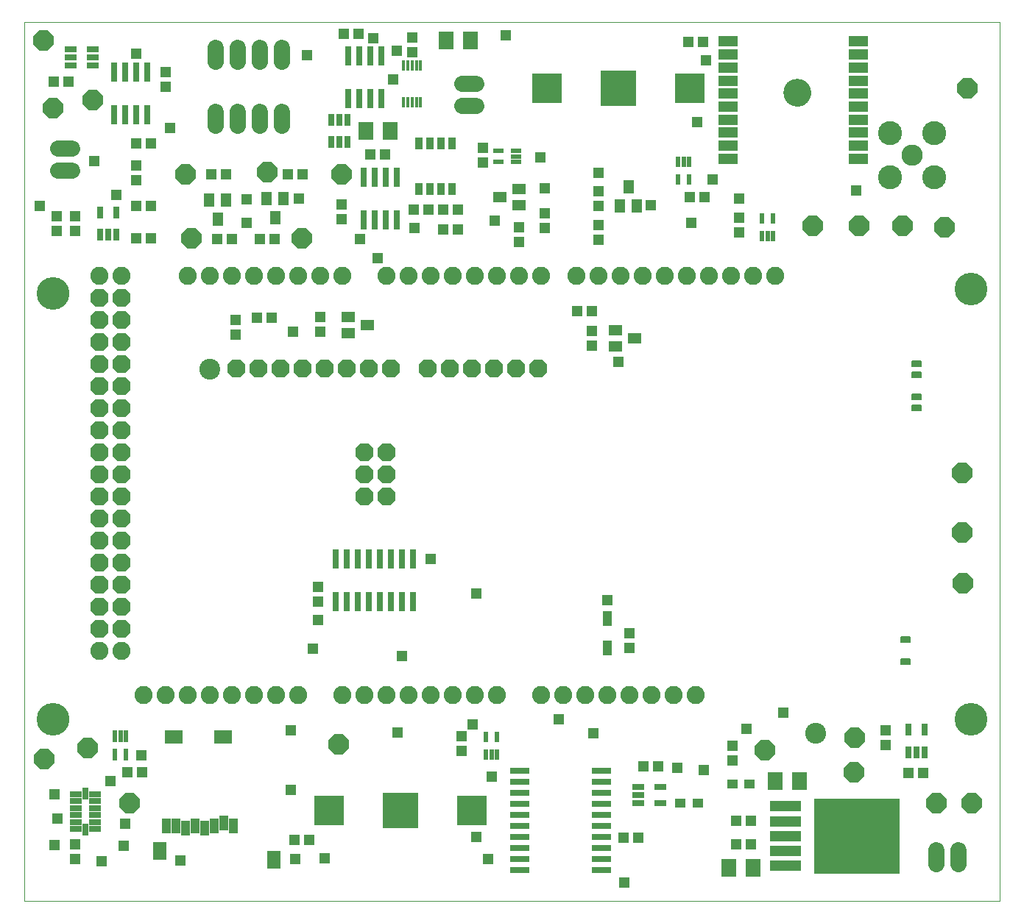
<source format=gts>
G75*
%MOIN*%
%OFA0B0*%
%FSLAX25Y25*%
%IPPOS*%
%LPD*%
%AMOC8*
5,1,8,0,0,1.08239X$1,22.5*
%
%ADD10C,0.00000*%
%ADD11C,0.14800*%
%ADD12R,0.05800X0.03000*%
%ADD13R,0.04737X0.03950*%
%ADD14R,0.04737X0.05131*%
%ADD15OC8,0.09300*%
%ADD16R,0.38595X0.34265*%
%ADD17R,0.14186X0.04737*%
%ADD18R,0.05131X0.04737*%
%ADD19R,0.08595X0.02887*%
%ADD20R,0.16154X0.16154*%
%ADD21R,0.13398X0.13398*%
%ADD22R,0.07099X0.07887*%
%ADD23R,0.07887X0.06312*%
%ADD24R,0.06312X0.08280*%
%ADD25R,0.03950X0.06706*%
%ADD26C,0.08200*%
%ADD27OC8,0.08200*%
%ADD28C,0.00560*%
%ADD29C,0.09461*%
%ADD30R,0.02965X0.05524*%
%ADD31R,0.05328X0.02965*%
%ADD32R,0.02965X0.05328*%
%ADD33R,0.02800X0.08600*%
%ADD34R,0.02200X0.04800*%
%ADD35R,0.08674X0.04737*%
%ADD36C,0.12611*%
%ADD37C,0.09650*%
%ADD38C,0.10850*%
%ADD39R,0.04737X0.06312*%
%ADD40R,0.03000X0.05800*%
%ADD41R,0.02900X0.08600*%
%ADD42R,0.01784X0.04737*%
%ADD43R,0.07099X0.07898*%
%ADD44R,0.04800X0.02200*%
%ADD45R,0.06312X0.04737*%
%ADD46C,0.07200*%
%ADD47R,0.02200X0.05400*%
%ADD48R,0.03950X0.07099*%
%ADD49R,0.03800X0.05300*%
%ADD50R,0.04762X0.04762*%
D10*
X0006800Y0006896D02*
X0006800Y0405396D01*
X0448300Y0405396D01*
X0448300Y0006896D01*
X0006800Y0006896D01*
X0012800Y0089396D02*
X0012802Y0089568D01*
X0012808Y0089739D01*
X0012819Y0089911D01*
X0012834Y0090082D01*
X0012853Y0090253D01*
X0012876Y0090423D01*
X0012903Y0090593D01*
X0012935Y0090762D01*
X0012970Y0090930D01*
X0013010Y0091097D01*
X0013054Y0091263D01*
X0013101Y0091428D01*
X0013153Y0091592D01*
X0013209Y0091754D01*
X0013269Y0091915D01*
X0013333Y0092075D01*
X0013401Y0092233D01*
X0013472Y0092389D01*
X0013547Y0092543D01*
X0013627Y0092696D01*
X0013709Y0092846D01*
X0013796Y0092995D01*
X0013886Y0093141D01*
X0013980Y0093285D01*
X0014077Y0093427D01*
X0014178Y0093566D01*
X0014282Y0093703D01*
X0014389Y0093837D01*
X0014500Y0093968D01*
X0014613Y0094097D01*
X0014730Y0094223D01*
X0014850Y0094346D01*
X0014973Y0094466D01*
X0015099Y0094583D01*
X0015228Y0094696D01*
X0015359Y0094807D01*
X0015493Y0094914D01*
X0015630Y0095018D01*
X0015769Y0095119D01*
X0015911Y0095216D01*
X0016055Y0095310D01*
X0016201Y0095400D01*
X0016350Y0095487D01*
X0016500Y0095569D01*
X0016653Y0095649D01*
X0016807Y0095724D01*
X0016963Y0095795D01*
X0017121Y0095863D01*
X0017281Y0095927D01*
X0017442Y0095987D01*
X0017604Y0096043D01*
X0017768Y0096095D01*
X0017933Y0096142D01*
X0018099Y0096186D01*
X0018266Y0096226D01*
X0018434Y0096261D01*
X0018603Y0096293D01*
X0018773Y0096320D01*
X0018943Y0096343D01*
X0019114Y0096362D01*
X0019285Y0096377D01*
X0019457Y0096388D01*
X0019628Y0096394D01*
X0019800Y0096396D01*
X0019972Y0096394D01*
X0020143Y0096388D01*
X0020315Y0096377D01*
X0020486Y0096362D01*
X0020657Y0096343D01*
X0020827Y0096320D01*
X0020997Y0096293D01*
X0021166Y0096261D01*
X0021334Y0096226D01*
X0021501Y0096186D01*
X0021667Y0096142D01*
X0021832Y0096095D01*
X0021996Y0096043D01*
X0022158Y0095987D01*
X0022319Y0095927D01*
X0022479Y0095863D01*
X0022637Y0095795D01*
X0022793Y0095724D01*
X0022947Y0095649D01*
X0023100Y0095569D01*
X0023250Y0095487D01*
X0023399Y0095400D01*
X0023545Y0095310D01*
X0023689Y0095216D01*
X0023831Y0095119D01*
X0023970Y0095018D01*
X0024107Y0094914D01*
X0024241Y0094807D01*
X0024372Y0094696D01*
X0024501Y0094583D01*
X0024627Y0094466D01*
X0024750Y0094346D01*
X0024870Y0094223D01*
X0024987Y0094097D01*
X0025100Y0093968D01*
X0025211Y0093837D01*
X0025318Y0093703D01*
X0025422Y0093566D01*
X0025523Y0093427D01*
X0025620Y0093285D01*
X0025714Y0093141D01*
X0025804Y0092995D01*
X0025891Y0092846D01*
X0025973Y0092696D01*
X0026053Y0092543D01*
X0026128Y0092389D01*
X0026199Y0092233D01*
X0026267Y0092075D01*
X0026331Y0091915D01*
X0026391Y0091754D01*
X0026447Y0091592D01*
X0026499Y0091428D01*
X0026546Y0091263D01*
X0026590Y0091097D01*
X0026630Y0090930D01*
X0026665Y0090762D01*
X0026697Y0090593D01*
X0026724Y0090423D01*
X0026747Y0090253D01*
X0026766Y0090082D01*
X0026781Y0089911D01*
X0026792Y0089739D01*
X0026798Y0089568D01*
X0026800Y0089396D01*
X0026798Y0089224D01*
X0026792Y0089053D01*
X0026781Y0088881D01*
X0026766Y0088710D01*
X0026747Y0088539D01*
X0026724Y0088369D01*
X0026697Y0088199D01*
X0026665Y0088030D01*
X0026630Y0087862D01*
X0026590Y0087695D01*
X0026546Y0087529D01*
X0026499Y0087364D01*
X0026447Y0087200D01*
X0026391Y0087038D01*
X0026331Y0086877D01*
X0026267Y0086717D01*
X0026199Y0086559D01*
X0026128Y0086403D01*
X0026053Y0086249D01*
X0025973Y0086096D01*
X0025891Y0085946D01*
X0025804Y0085797D01*
X0025714Y0085651D01*
X0025620Y0085507D01*
X0025523Y0085365D01*
X0025422Y0085226D01*
X0025318Y0085089D01*
X0025211Y0084955D01*
X0025100Y0084824D01*
X0024987Y0084695D01*
X0024870Y0084569D01*
X0024750Y0084446D01*
X0024627Y0084326D01*
X0024501Y0084209D01*
X0024372Y0084096D01*
X0024241Y0083985D01*
X0024107Y0083878D01*
X0023970Y0083774D01*
X0023831Y0083673D01*
X0023689Y0083576D01*
X0023545Y0083482D01*
X0023399Y0083392D01*
X0023250Y0083305D01*
X0023100Y0083223D01*
X0022947Y0083143D01*
X0022793Y0083068D01*
X0022637Y0082997D01*
X0022479Y0082929D01*
X0022319Y0082865D01*
X0022158Y0082805D01*
X0021996Y0082749D01*
X0021832Y0082697D01*
X0021667Y0082650D01*
X0021501Y0082606D01*
X0021334Y0082566D01*
X0021166Y0082531D01*
X0020997Y0082499D01*
X0020827Y0082472D01*
X0020657Y0082449D01*
X0020486Y0082430D01*
X0020315Y0082415D01*
X0020143Y0082404D01*
X0019972Y0082398D01*
X0019800Y0082396D01*
X0019628Y0082398D01*
X0019457Y0082404D01*
X0019285Y0082415D01*
X0019114Y0082430D01*
X0018943Y0082449D01*
X0018773Y0082472D01*
X0018603Y0082499D01*
X0018434Y0082531D01*
X0018266Y0082566D01*
X0018099Y0082606D01*
X0017933Y0082650D01*
X0017768Y0082697D01*
X0017604Y0082749D01*
X0017442Y0082805D01*
X0017281Y0082865D01*
X0017121Y0082929D01*
X0016963Y0082997D01*
X0016807Y0083068D01*
X0016653Y0083143D01*
X0016500Y0083223D01*
X0016350Y0083305D01*
X0016201Y0083392D01*
X0016055Y0083482D01*
X0015911Y0083576D01*
X0015769Y0083673D01*
X0015630Y0083774D01*
X0015493Y0083878D01*
X0015359Y0083985D01*
X0015228Y0084096D01*
X0015099Y0084209D01*
X0014973Y0084326D01*
X0014850Y0084446D01*
X0014730Y0084569D01*
X0014613Y0084695D01*
X0014500Y0084824D01*
X0014389Y0084955D01*
X0014282Y0085089D01*
X0014178Y0085226D01*
X0014077Y0085365D01*
X0013980Y0085507D01*
X0013886Y0085651D01*
X0013796Y0085797D01*
X0013709Y0085946D01*
X0013627Y0086096D01*
X0013547Y0086249D01*
X0013472Y0086403D01*
X0013401Y0086559D01*
X0013333Y0086717D01*
X0013269Y0086877D01*
X0013209Y0087038D01*
X0013153Y0087200D01*
X0013101Y0087364D01*
X0013054Y0087529D01*
X0013010Y0087695D01*
X0012970Y0087862D01*
X0012935Y0088030D01*
X0012903Y0088199D01*
X0012876Y0088369D01*
X0012853Y0088539D01*
X0012834Y0088710D01*
X0012819Y0088881D01*
X0012808Y0089053D01*
X0012802Y0089224D01*
X0012800Y0089396D01*
X0086312Y0247916D02*
X0086314Y0248047D01*
X0086320Y0248179D01*
X0086330Y0248310D01*
X0086344Y0248441D01*
X0086362Y0248571D01*
X0086384Y0248700D01*
X0086409Y0248829D01*
X0086439Y0248957D01*
X0086473Y0249084D01*
X0086510Y0249211D01*
X0086551Y0249335D01*
X0086596Y0249459D01*
X0086645Y0249581D01*
X0086697Y0249702D01*
X0086753Y0249820D01*
X0086813Y0249938D01*
X0086876Y0250053D01*
X0086943Y0250166D01*
X0087013Y0250278D01*
X0087086Y0250387D01*
X0087162Y0250493D01*
X0087242Y0250598D01*
X0087325Y0250700D01*
X0087411Y0250799D01*
X0087500Y0250896D01*
X0087592Y0250990D01*
X0087687Y0251081D01*
X0087784Y0251170D01*
X0087884Y0251255D01*
X0087987Y0251337D01*
X0088092Y0251416D01*
X0088199Y0251492D01*
X0088309Y0251564D01*
X0088421Y0251633D01*
X0088535Y0251699D01*
X0088650Y0251761D01*
X0088768Y0251820D01*
X0088887Y0251875D01*
X0089008Y0251927D01*
X0089131Y0251974D01*
X0089255Y0252018D01*
X0089380Y0252059D01*
X0089506Y0252095D01*
X0089634Y0252128D01*
X0089762Y0252156D01*
X0089891Y0252181D01*
X0090021Y0252202D01*
X0090151Y0252219D01*
X0090282Y0252232D01*
X0090413Y0252241D01*
X0090544Y0252246D01*
X0090676Y0252247D01*
X0090807Y0252244D01*
X0090939Y0252237D01*
X0091070Y0252226D01*
X0091200Y0252211D01*
X0091330Y0252192D01*
X0091460Y0252169D01*
X0091588Y0252143D01*
X0091716Y0252112D01*
X0091843Y0252077D01*
X0091969Y0252039D01*
X0092093Y0251997D01*
X0092217Y0251951D01*
X0092338Y0251901D01*
X0092458Y0251848D01*
X0092577Y0251791D01*
X0092694Y0251731D01*
X0092808Y0251667D01*
X0092921Y0251599D01*
X0093032Y0251528D01*
X0093141Y0251454D01*
X0093247Y0251377D01*
X0093351Y0251296D01*
X0093452Y0251213D01*
X0093551Y0251126D01*
X0093647Y0251036D01*
X0093740Y0250943D01*
X0093831Y0250848D01*
X0093918Y0250750D01*
X0094003Y0250649D01*
X0094084Y0250546D01*
X0094162Y0250440D01*
X0094237Y0250332D01*
X0094309Y0250222D01*
X0094377Y0250110D01*
X0094442Y0249996D01*
X0094503Y0249879D01*
X0094561Y0249761D01*
X0094615Y0249641D01*
X0094666Y0249520D01*
X0094713Y0249397D01*
X0094756Y0249273D01*
X0094795Y0249148D01*
X0094831Y0249021D01*
X0094862Y0248893D01*
X0094890Y0248765D01*
X0094914Y0248636D01*
X0094934Y0248506D01*
X0094950Y0248375D01*
X0094962Y0248244D01*
X0094970Y0248113D01*
X0094974Y0247982D01*
X0094974Y0247850D01*
X0094970Y0247719D01*
X0094962Y0247588D01*
X0094950Y0247457D01*
X0094934Y0247326D01*
X0094914Y0247196D01*
X0094890Y0247067D01*
X0094862Y0246939D01*
X0094831Y0246811D01*
X0094795Y0246684D01*
X0094756Y0246559D01*
X0094713Y0246435D01*
X0094666Y0246312D01*
X0094615Y0246191D01*
X0094561Y0246071D01*
X0094503Y0245953D01*
X0094442Y0245836D01*
X0094377Y0245722D01*
X0094309Y0245610D01*
X0094237Y0245500D01*
X0094162Y0245392D01*
X0094084Y0245286D01*
X0094003Y0245183D01*
X0093918Y0245082D01*
X0093831Y0244984D01*
X0093740Y0244889D01*
X0093647Y0244796D01*
X0093551Y0244706D01*
X0093452Y0244619D01*
X0093351Y0244536D01*
X0093247Y0244455D01*
X0093141Y0244378D01*
X0093032Y0244304D01*
X0092921Y0244233D01*
X0092809Y0244165D01*
X0092694Y0244101D01*
X0092577Y0244041D01*
X0092458Y0243984D01*
X0092338Y0243931D01*
X0092217Y0243881D01*
X0092093Y0243835D01*
X0091969Y0243793D01*
X0091843Y0243755D01*
X0091716Y0243720D01*
X0091588Y0243689D01*
X0091460Y0243663D01*
X0091330Y0243640D01*
X0091200Y0243621D01*
X0091070Y0243606D01*
X0090939Y0243595D01*
X0090807Y0243588D01*
X0090676Y0243585D01*
X0090544Y0243586D01*
X0090413Y0243591D01*
X0090282Y0243600D01*
X0090151Y0243613D01*
X0090021Y0243630D01*
X0089891Y0243651D01*
X0089762Y0243676D01*
X0089634Y0243704D01*
X0089506Y0243737D01*
X0089380Y0243773D01*
X0089255Y0243814D01*
X0089131Y0243858D01*
X0089008Y0243905D01*
X0088887Y0243957D01*
X0088768Y0244012D01*
X0088650Y0244071D01*
X0088535Y0244133D01*
X0088421Y0244199D01*
X0088309Y0244268D01*
X0088199Y0244340D01*
X0088092Y0244416D01*
X0087987Y0244495D01*
X0087884Y0244577D01*
X0087784Y0244662D01*
X0087687Y0244751D01*
X0087592Y0244842D01*
X0087500Y0244936D01*
X0087411Y0245033D01*
X0087325Y0245132D01*
X0087242Y0245234D01*
X0087162Y0245339D01*
X0087086Y0245445D01*
X0087013Y0245554D01*
X0086943Y0245666D01*
X0086876Y0245779D01*
X0086813Y0245894D01*
X0086753Y0246012D01*
X0086697Y0246130D01*
X0086645Y0246251D01*
X0086596Y0246373D01*
X0086551Y0246497D01*
X0086510Y0246621D01*
X0086473Y0246748D01*
X0086439Y0246875D01*
X0086409Y0247003D01*
X0086384Y0247132D01*
X0086362Y0247261D01*
X0086344Y0247391D01*
X0086330Y0247522D01*
X0086320Y0247653D01*
X0086314Y0247785D01*
X0086312Y0247916D01*
X0012800Y0282396D02*
X0012802Y0282568D01*
X0012808Y0282739D01*
X0012819Y0282911D01*
X0012834Y0283082D01*
X0012853Y0283253D01*
X0012876Y0283423D01*
X0012903Y0283593D01*
X0012935Y0283762D01*
X0012970Y0283930D01*
X0013010Y0284097D01*
X0013054Y0284263D01*
X0013101Y0284428D01*
X0013153Y0284592D01*
X0013209Y0284754D01*
X0013269Y0284915D01*
X0013333Y0285075D01*
X0013401Y0285233D01*
X0013472Y0285389D01*
X0013547Y0285543D01*
X0013627Y0285696D01*
X0013709Y0285846D01*
X0013796Y0285995D01*
X0013886Y0286141D01*
X0013980Y0286285D01*
X0014077Y0286427D01*
X0014178Y0286566D01*
X0014282Y0286703D01*
X0014389Y0286837D01*
X0014500Y0286968D01*
X0014613Y0287097D01*
X0014730Y0287223D01*
X0014850Y0287346D01*
X0014973Y0287466D01*
X0015099Y0287583D01*
X0015228Y0287696D01*
X0015359Y0287807D01*
X0015493Y0287914D01*
X0015630Y0288018D01*
X0015769Y0288119D01*
X0015911Y0288216D01*
X0016055Y0288310D01*
X0016201Y0288400D01*
X0016350Y0288487D01*
X0016500Y0288569D01*
X0016653Y0288649D01*
X0016807Y0288724D01*
X0016963Y0288795D01*
X0017121Y0288863D01*
X0017281Y0288927D01*
X0017442Y0288987D01*
X0017604Y0289043D01*
X0017768Y0289095D01*
X0017933Y0289142D01*
X0018099Y0289186D01*
X0018266Y0289226D01*
X0018434Y0289261D01*
X0018603Y0289293D01*
X0018773Y0289320D01*
X0018943Y0289343D01*
X0019114Y0289362D01*
X0019285Y0289377D01*
X0019457Y0289388D01*
X0019628Y0289394D01*
X0019800Y0289396D01*
X0019972Y0289394D01*
X0020143Y0289388D01*
X0020315Y0289377D01*
X0020486Y0289362D01*
X0020657Y0289343D01*
X0020827Y0289320D01*
X0020997Y0289293D01*
X0021166Y0289261D01*
X0021334Y0289226D01*
X0021501Y0289186D01*
X0021667Y0289142D01*
X0021832Y0289095D01*
X0021996Y0289043D01*
X0022158Y0288987D01*
X0022319Y0288927D01*
X0022479Y0288863D01*
X0022637Y0288795D01*
X0022793Y0288724D01*
X0022947Y0288649D01*
X0023100Y0288569D01*
X0023250Y0288487D01*
X0023399Y0288400D01*
X0023545Y0288310D01*
X0023689Y0288216D01*
X0023831Y0288119D01*
X0023970Y0288018D01*
X0024107Y0287914D01*
X0024241Y0287807D01*
X0024372Y0287696D01*
X0024501Y0287583D01*
X0024627Y0287466D01*
X0024750Y0287346D01*
X0024870Y0287223D01*
X0024987Y0287097D01*
X0025100Y0286968D01*
X0025211Y0286837D01*
X0025318Y0286703D01*
X0025422Y0286566D01*
X0025523Y0286427D01*
X0025620Y0286285D01*
X0025714Y0286141D01*
X0025804Y0285995D01*
X0025891Y0285846D01*
X0025973Y0285696D01*
X0026053Y0285543D01*
X0026128Y0285389D01*
X0026199Y0285233D01*
X0026267Y0285075D01*
X0026331Y0284915D01*
X0026391Y0284754D01*
X0026447Y0284592D01*
X0026499Y0284428D01*
X0026546Y0284263D01*
X0026590Y0284097D01*
X0026630Y0283930D01*
X0026665Y0283762D01*
X0026697Y0283593D01*
X0026724Y0283423D01*
X0026747Y0283253D01*
X0026766Y0283082D01*
X0026781Y0282911D01*
X0026792Y0282739D01*
X0026798Y0282568D01*
X0026800Y0282396D01*
X0026798Y0282224D01*
X0026792Y0282053D01*
X0026781Y0281881D01*
X0026766Y0281710D01*
X0026747Y0281539D01*
X0026724Y0281369D01*
X0026697Y0281199D01*
X0026665Y0281030D01*
X0026630Y0280862D01*
X0026590Y0280695D01*
X0026546Y0280529D01*
X0026499Y0280364D01*
X0026447Y0280200D01*
X0026391Y0280038D01*
X0026331Y0279877D01*
X0026267Y0279717D01*
X0026199Y0279559D01*
X0026128Y0279403D01*
X0026053Y0279249D01*
X0025973Y0279096D01*
X0025891Y0278946D01*
X0025804Y0278797D01*
X0025714Y0278651D01*
X0025620Y0278507D01*
X0025523Y0278365D01*
X0025422Y0278226D01*
X0025318Y0278089D01*
X0025211Y0277955D01*
X0025100Y0277824D01*
X0024987Y0277695D01*
X0024870Y0277569D01*
X0024750Y0277446D01*
X0024627Y0277326D01*
X0024501Y0277209D01*
X0024372Y0277096D01*
X0024241Y0276985D01*
X0024107Y0276878D01*
X0023970Y0276774D01*
X0023831Y0276673D01*
X0023689Y0276576D01*
X0023545Y0276482D01*
X0023399Y0276392D01*
X0023250Y0276305D01*
X0023100Y0276223D01*
X0022947Y0276143D01*
X0022793Y0276068D01*
X0022637Y0275997D01*
X0022479Y0275929D01*
X0022319Y0275865D01*
X0022158Y0275805D01*
X0021996Y0275749D01*
X0021832Y0275697D01*
X0021667Y0275650D01*
X0021501Y0275606D01*
X0021334Y0275566D01*
X0021166Y0275531D01*
X0020997Y0275499D01*
X0020827Y0275472D01*
X0020657Y0275449D01*
X0020486Y0275430D01*
X0020315Y0275415D01*
X0020143Y0275404D01*
X0019972Y0275398D01*
X0019800Y0275396D01*
X0019628Y0275398D01*
X0019457Y0275404D01*
X0019285Y0275415D01*
X0019114Y0275430D01*
X0018943Y0275449D01*
X0018773Y0275472D01*
X0018603Y0275499D01*
X0018434Y0275531D01*
X0018266Y0275566D01*
X0018099Y0275606D01*
X0017933Y0275650D01*
X0017768Y0275697D01*
X0017604Y0275749D01*
X0017442Y0275805D01*
X0017281Y0275865D01*
X0017121Y0275929D01*
X0016963Y0275997D01*
X0016807Y0276068D01*
X0016653Y0276143D01*
X0016500Y0276223D01*
X0016350Y0276305D01*
X0016201Y0276392D01*
X0016055Y0276482D01*
X0015911Y0276576D01*
X0015769Y0276673D01*
X0015630Y0276774D01*
X0015493Y0276878D01*
X0015359Y0276985D01*
X0015228Y0277096D01*
X0015099Y0277209D01*
X0014973Y0277326D01*
X0014850Y0277446D01*
X0014730Y0277569D01*
X0014613Y0277695D01*
X0014500Y0277824D01*
X0014389Y0277955D01*
X0014282Y0278089D01*
X0014178Y0278226D01*
X0014077Y0278365D01*
X0013980Y0278507D01*
X0013886Y0278651D01*
X0013796Y0278797D01*
X0013709Y0278946D01*
X0013627Y0279096D01*
X0013547Y0279249D01*
X0013472Y0279403D01*
X0013401Y0279559D01*
X0013333Y0279717D01*
X0013269Y0279877D01*
X0013209Y0280038D01*
X0013153Y0280200D01*
X0013101Y0280364D01*
X0013054Y0280529D01*
X0013010Y0280695D01*
X0012970Y0280862D01*
X0012935Y0281030D01*
X0012903Y0281199D01*
X0012876Y0281369D01*
X0012853Y0281539D01*
X0012834Y0281710D01*
X0012819Y0281881D01*
X0012808Y0282053D01*
X0012802Y0282224D01*
X0012800Y0282396D01*
X0350863Y0373243D02*
X0350865Y0373396D01*
X0350871Y0373550D01*
X0350881Y0373703D01*
X0350895Y0373855D01*
X0350913Y0374008D01*
X0350935Y0374159D01*
X0350960Y0374310D01*
X0350990Y0374461D01*
X0351024Y0374611D01*
X0351061Y0374759D01*
X0351102Y0374907D01*
X0351147Y0375053D01*
X0351196Y0375199D01*
X0351249Y0375343D01*
X0351305Y0375485D01*
X0351365Y0375626D01*
X0351429Y0375766D01*
X0351496Y0375904D01*
X0351567Y0376040D01*
X0351642Y0376174D01*
X0351719Y0376306D01*
X0351801Y0376436D01*
X0351885Y0376564D01*
X0351973Y0376690D01*
X0352064Y0376813D01*
X0352158Y0376934D01*
X0352256Y0377052D01*
X0352356Y0377168D01*
X0352460Y0377281D01*
X0352566Y0377392D01*
X0352675Y0377500D01*
X0352787Y0377605D01*
X0352901Y0377706D01*
X0353019Y0377805D01*
X0353138Y0377901D01*
X0353260Y0377994D01*
X0353385Y0378083D01*
X0353512Y0378170D01*
X0353641Y0378252D01*
X0353772Y0378332D01*
X0353905Y0378408D01*
X0354040Y0378481D01*
X0354177Y0378550D01*
X0354316Y0378615D01*
X0354456Y0378677D01*
X0354598Y0378735D01*
X0354741Y0378790D01*
X0354886Y0378841D01*
X0355032Y0378888D01*
X0355179Y0378931D01*
X0355327Y0378970D01*
X0355476Y0379006D01*
X0355626Y0379037D01*
X0355777Y0379065D01*
X0355928Y0379089D01*
X0356081Y0379109D01*
X0356233Y0379125D01*
X0356386Y0379137D01*
X0356539Y0379145D01*
X0356692Y0379149D01*
X0356846Y0379149D01*
X0356999Y0379145D01*
X0357152Y0379137D01*
X0357305Y0379125D01*
X0357457Y0379109D01*
X0357610Y0379089D01*
X0357761Y0379065D01*
X0357912Y0379037D01*
X0358062Y0379006D01*
X0358211Y0378970D01*
X0358359Y0378931D01*
X0358506Y0378888D01*
X0358652Y0378841D01*
X0358797Y0378790D01*
X0358940Y0378735D01*
X0359082Y0378677D01*
X0359222Y0378615D01*
X0359361Y0378550D01*
X0359498Y0378481D01*
X0359633Y0378408D01*
X0359766Y0378332D01*
X0359897Y0378252D01*
X0360026Y0378170D01*
X0360153Y0378083D01*
X0360278Y0377994D01*
X0360400Y0377901D01*
X0360519Y0377805D01*
X0360637Y0377706D01*
X0360751Y0377605D01*
X0360863Y0377500D01*
X0360972Y0377392D01*
X0361078Y0377281D01*
X0361182Y0377168D01*
X0361282Y0377052D01*
X0361380Y0376934D01*
X0361474Y0376813D01*
X0361565Y0376690D01*
X0361653Y0376564D01*
X0361737Y0376436D01*
X0361819Y0376306D01*
X0361896Y0376174D01*
X0361971Y0376040D01*
X0362042Y0375904D01*
X0362109Y0375766D01*
X0362173Y0375626D01*
X0362233Y0375485D01*
X0362289Y0375343D01*
X0362342Y0375199D01*
X0362391Y0375053D01*
X0362436Y0374907D01*
X0362477Y0374759D01*
X0362514Y0374611D01*
X0362548Y0374461D01*
X0362578Y0374310D01*
X0362603Y0374159D01*
X0362625Y0374008D01*
X0362643Y0373855D01*
X0362657Y0373703D01*
X0362667Y0373550D01*
X0362673Y0373396D01*
X0362675Y0373243D01*
X0362673Y0373090D01*
X0362667Y0372936D01*
X0362657Y0372783D01*
X0362643Y0372631D01*
X0362625Y0372478D01*
X0362603Y0372327D01*
X0362578Y0372176D01*
X0362548Y0372025D01*
X0362514Y0371875D01*
X0362477Y0371727D01*
X0362436Y0371579D01*
X0362391Y0371433D01*
X0362342Y0371287D01*
X0362289Y0371143D01*
X0362233Y0371001D01*
X0362173Y0370860D01*
X0362109Y0370720D01*
X0362042Y0370582D01*
X0361971Y0370446D01*
X0361896Y0370312D01*
X0361819Y0370180D01*
X0361737Y0370050D01*
X0361653Y0369922D01*
X0361565Y0369796D01*
X0361474Y0369673D01*
X0361380Y0369552D01*
X0361282Y0369434D01*
X0361182Y0369318D01*
X0361078Y0369205D01*
X0360972Y0369094D01*
X0360863Y0368986D01*
X0360751Y0368881D01*
X0360637Y0368780D01*
X0360519Y0368681D01*
X0360400Y0368585D01*
X0360278Y0368492D01*
X0360153Y0368403D01*
X0360026Y0368316D01*
X0359897Y0368234D01*
X0359766Y0368154D01*
X0359633Y0368078D01*
X0359498Y0368005D01*
X0359361Y0367936D01*
X0359222Y0367871D01*
X0359082Y0367809D01*
X0358940Y0367751D01*
X0358797Y0367696D01*
X0358652Y0367645D01*
X0358506Y0367598D01*
X0358359Y0367555D01*
X0358211Y0367516D01*
X0358062Y0367480D01*
X0357912Y0367449D01*
X0357761Y0367421D01*
X0357610Y0367397D01*
X0357457Y0367377D01*
X0357305Y0367361D01*
X0357152Y0367349D01*
X0356999Y0367341D01*
X0356846Y0367337D01*
X0356692Y0367337D01*
X0356539Y0367341D01*
X0356386Y0367349D01*
X0356233Y0367361D01*
X0356081Y0367377D01*
X0355928Y0367397D01*
X0355777Y0367421D01*
X0355626Y0367449D01*
X0355476Y0367480D01*
X0355327Y0367516D01*
X0355179Y0367555D01*
X0355032Y0367598D01*
X0354886Y0367645D01*
X0354741Y0367696D01*
X0354598Y0367751D01*
X0354456Y0367809D01*
X0354316Y0367871D01*
X0354177Y0367936D01*
X0354040Y0368005D01*
X0353905Y0368078D01*
X0353772Y0368154D01*
X0353641Y0368234D01*
X0353512Y0368316D01*
X0353385Y0368403D01*
X0353260Y0368492D01*
X0353138Y0368585D01*
X0353019Y0368681D01*
X0352901Y0368780D01*
X0352787Y0368881D01*
X0352675Y0368986D01*
X0352566Y0369094D01*
X0352460Y0369205D01*
X0352356Y0369318D01*
X0352256Y0369434D01*
X0352158Y0369552D01*
X0352064Y0369673D01*
X0351973Y0369796D01*
X0351885Y0369922D01*
X0351801Y0370050D01*
X0351719Y0370180D01*
X0351642Y0370312D01*
X0351567Y0370446D01*
X0351496Y0370582D01*
X0351429Y0370720D01*
X0351365Y0370860D01*
X0351305Y0371001D01*
X0351249Y0371143D01*
X0351196Y0371287D01*
X0351147Y0371433D01*
X0351102Y0371579D01*
X0351061Y0371727D01*
X0351024Y0371875D01*
X0350990Y0372025D01*
X0350960Y0372176D01*
X0350935Y0372327D01*
X0350913Y0372478D01*
X0350895Y0372631D01*
X0350881Y0372783D01*
X0350871Y0372936D01*
X0350865Y0373090D01*
X0350863Y0373243D01*
X0428300Y0284396D02*
X0428302Y0284568D01*
X0428308Y0284739D01*
X0428319Y0284911D01*
X0428334Y0285082D01*
X0428353Y0285253D01*
X0428376Y0285423D01*
X0428403Y0285593D01*
X0428435Y0285762D01*
X0428470Y0285930D01*
X0428510Y0286097D01*
X0428554Y0286263D01*
X0428601Y0286428D01*
X0428653Y0286592D01*
X0428709Y0286754D01*
X0428769Y0286915D01*
X0428833Y0287075D01*
X0428901Y0287233D01*
X0428972Y0287389D01*
X0429047Y0287543D01*
X0429127Y0287696D01*
X0429209Y0287846D01*
X0429296Y0287995D01*
X0429386Y0288141D01*
X0429480Y0288285D01*
X0429577Y0288427D01*
X0429678Y0288566D01*
X0429782Y0288703D01*
X0429889Y0288837D01*
X0430000Y0288968D01*
X0430113Y0289097D01*
X0430230Y0289223D01*
X0430350Y0289346D01*
X0430473Y0289466D01*
X0430599Y0289583D01*
X0430728Y0289696D01*
X0430859Y0289807D01*
X0430993Y0289914D01*
X0431130Y0290018D01*
X0431269Y0290119D01*
X0431411Y0290216D01*
X0431555Y0290310D01*
X0431701Y0290400D01*
X0431850Y0290487D01*
X0432000Y0290569D01*
X0432153Y0290649D01*
X0432307Y0290724D01*
X0432463Y0290795D01*
X0432621Y0290863D01*
X0432781Y0290927D01*
X0432942Y0290987D01*
X0433104Y0291043D01*
X0433268Y0291095D01*
X0433433Y0291142D01*
X0433599Y0291186D01*
X0433766Y0291226D01*
X0433934Y0291261D01*
X0434103Y0291293D01*
X0434273Y0291320D01*
X0434443Y0291343D01*
X0434614Y0291362D01*
X0434785Y0291377D01*
X0434957Y0291388D01*
X0435128Y0291394D01*
X0435300Y0291396D01*
X0435472Y0291394D01*
X0435643Y0291388D01*
X0435815Y0291377D01*
X0435986Y0291362D01*
X0436157Y0291343D01*
X0436327Y0291320D01*
X0436497Y0291293D01*
X0436666Y0291261D01*
X0436834Y0291226D01*
X0437001Y0291186D01*
X0437167Y0291142D01*
X0437332Y0291095D01*
X0437496Y0291043D01*
X0437658Y0290987D01*
X0437819Y0290927D01*
X0437979Y0290863D01*
X0438137Y0290795D01*
X0438293Y0290724D01*
X0438447Y0290649D01*
X0438600Y0290569D01*
X0438750Y0290487D01*
X0438899Y0290400D01*
X0439045Y0290310D01*
X0439189Y0290216D01*
X0439331Y0290119D01*
X0439470Y0290018D01*
X0439607Y0289914D01*
X0439741Y0289807D01*
X0439872Y0289696D01*
X0440001Y0289583D01*
X0440127Y0289466D01*
X0440250Y0289346D01*
X0440370Y0289223D01*
X0440487Y0289097D01*
X0440600Y0288968D01*
X0440711Y0288837D01*
X0440818Y0288703D01*
X0440922Y0288566D01*
X0441023Y0288427D01*
X0441120Y0288285D01*
X0441214Y0288141D01*
X0441304Y0287995D01*
X0441391Y0287846D01*
X0441473Y0287696D01*
X0441553Y0287543D01*
X0441628Y0287389D01*
X0441699Y0287233D01*
X0441767Y0287075D01*
X0441831Y0286915D01*
X0441891Y0286754D01*
X0441947Y0286592D01*
X0441999Y0286428D01*
X0442046Y0286263D01*
X0442090Y0286097D01*
X0442130Y0285930D01*
X0442165Y0285762D01*
X0442197Y0285593D01*
X0442224Y0285423D01*
X0442247Y0285253D01*
X0442266Y0285082D01*
X0442281Y0284911D01*
X0442292Y0284739D01*
X0442298Y0284568D01*
X0442300Y0284396D01*
X0442298Y0284224D01*
X0442292Y0284053D01*
X0442281Y0283881D01*
X0442266Y0283710D01*
X0442247Y0283539D01*
X0442224Y0283369D01*
X0442197Y0283199D01*
X0442165Y0283030D01*
X0442130Y0282862D01*
X0442090Y0282695D01*
X0442046Y0282529D01*
X0441999Y0282364D01*
X0441947Y0282200D01*
X0441891Y0282038D01*
X0441831Y0281877D01*
X0441767Y0281717D01*
X0441699Y0281559D01*
X0441628Y0281403D01*
X0441553Y0281249D01*
X0441473Y0281096D01*
X0441391Y0280946D01*
X0441304Y0280797D01*
X0441214Y0280651D01*
X0441120Y0280507D01*
X0441023Y0280365D01*
X0440922Y0280226D01*
X0440818Y0280089D01*
X0440711Y0279955D01*
X0440600Y0279824D01*
X0440487Y0279695D01*
X0440370Y0279569D01*
X0440250Y0279446D01*
X0440127Y0279326D01*
X0440001Y0279209D01*
X0439872Y0279096D01*
X0439741Y0278985D01*
X0439607Y0278878D01*
X0439470Y0278774D01*
X0439331Y0278673D01*
X0439189Y0278576D01*
X0439045Y0278482D01*
X0438899Y0278392D01*
X0438750Y0278305D01*
X0438600Y0278223D01*
X0438447Y0278143D01*
X0438293Y0278068D01*
X0438137Y0277997D01*
X0437979Y0277929D01*
X0437819Y0277865D01*
X0437658Y0277805D01*
X0437496Y0277749D01*
X0437332Y0277697D01*
X0437167Y0277650D01*
X0437001Y0277606D01*
X0436834Y0277566D01*
X0436666Y0277531D01*
X0436497Y0277499D01*
X0436327Y0277472D01*
X0436157Y0277449D01*
X0435986Y0277430D01*
X0435815Y0277415D01*
X0435643Y0277404D01*
X0435472Y0277398D01*
X0435300Y0277396D01*
X0435128Y0277398D01*
X0434957Y0277404D01*
X0434785Y0277415D01*
X0434614Y0277430D01*
X0434443Y0277449D01*
X0434273Y0277472D01*
X0434103Y0277499D01*
X0433934Y0277531D01*
X0433766Y0277566D01*
X0433599Y0277606D01*
X0433433Y0277650D01*
X0433268Y0277697D01*
X0433104Y0277749D01*
X0432942Y0277805D01*
X0432781Y0277865D01*
X0432621Y0277929D01*
X0432463Y0277997D01*
X0432307Y0278068D01*
X0432153Y0278143D01*
X0432000Y0278223D01*
X0431850Y0278305D01*
X0431701Y0278392D01*
X0431555Y0278482D01*
X0431411Y0278576D01*
X0431269Y0278673D01*
X0431130Y0278774D01*
X0430993Y0278878D01*
X0430859Y0278985D01*
X0430728Y0279096D01*
X0430599Y0279209D01*
X0430473Y0279326D01*
X0430350Y0279446D01*
X0430230Y0279569D01*
X0430113Y0279695D01*
X0430000Y0279824D01*
X0429889Y0279955D01*
X0429782Y0280089D01*
X0429678Y0280226D01*
X0429577Y0280365D01*
X0429480Y0280507D01*
X0429386Y0280651D01*
X0429296Y0280797D01*
X0429209Y0280946D01*
X0429127Y0281096D01*
X0429047Y0281249D01*
X0428972Y0281403D01*
X0428901Y0281559D01*
X0428833Y0281717D01*
X0428769Y0281877D01*
X0428709Y0282038D01*
X0428653Y0282200D01*
X0428601Y0282364D01*
X0428554Y0282529D01*
X0428510Y0282695D01*
X0428470Y0282862D01*
X0428435Y0283030D01*
X0428403Y0283199D01*
X0428376Y0283369D01*
X0428353Y0283539D01*
X0428334Y0283710D01*
X0428319Y0283881D01*
X0428308Y0284053D01*
X0428302Y0284224D01*
X0428300Y0284396D01*
X0428300Y0089396D02*
X0428302Y0089568D01*
X0428308Y0089739D01*
X0428319Y0089911D01*
X0428334Y0090082D01*
X0428353Y0090253D01*
X0428376Y0090423D01*
X0428403Y0090593D01*
X0428435Y0090762D01*
X0428470Y0090930D01*
X0428510Y0091097D01*
X0428554Y0091263D01*
X0428601Y0091428D01*
X0428653Y0091592D01*
X0428709Y0091754D01*
X0428769Y0091915D01*
X0428833Y0092075D01*
X0428901Y0092233D01*
X0428972Y0092389D01*
X0429047Y0092543D01*
X0429127Y0092696D01*
X0429209Y0092846D01*
X0429296Y0092995D01*
X0429386Y0093141D01*
X0429480Y0093285D01*
X0429577Y0093427D01*
X0429678Y0093566D01*
X0429782Y0093703D01*
X0429889Y0093837D01*
X0430000Y0093968D01*
X0430113Y0094097D01*
X0430230Y0094223D01*
X0430350Y0094346D01*
X0430473Y0094466D01*
X0430599Y0094583D01*
X0430728Y0094696D01*
X0430859Y0094807D01*
X0430993Y0094914D01*
X0431130Y0095018D01*
X0431269Y0095119D01*
X0431411Y0095216D01*
X0431555Y0095310D01*
X0431701Y0095400D01*
X0431850Y0095487D01*
X0432000Y0095569D01*
X0432153Y0095649D01*
X0432307Y0095724D01*
X0432463Y0095795D01*
X0432621Y0095863D01*
X0432781Y0095927D01*
X0432942Y0095987D01*
X0433104Y0096043D01*
X0433268Y0096095D01*
X0433433Y0096142D01*
X0433599Y0096186D01*
X0433766Y0096226D01*
X0433934Y0096261D01*
X0434103Y0096293D01*
X0434273Y0096320D01*
X0434443Y0096343D01*
X0434614Y0096362D01*
X0434785Y0096377D01*
X0434957Y0096388D01*
X0435128Y0096394D01*
X0435300Y0096396D01*
X0435472Y0096394D01*
X0435643Y0096388D01*
X0435815Y0096377D01*
X0435986Y0096362D01*
X0436157Y0096343D01*
X0436327Y0096320D01*
X0436497Y0096293D01*
X0436666Y0096261D01*
X0436834Y0096226D01*
X0437001Y0096186D01*
X0437167Y0096142D01*
X0437332Y0096095D01*
X0437496Y0096043D01*
X0437658Y0095987D01*
X0437819Y0095927D01*
X0437979Y0095863D01*
X0438137Y0095795D01*
X0438293Y0095724D01*
X0438447Y0095649D01*
X0438600Y0095569D01*
X0438750Y0095487D01*
X0438899Y0095400D01*
X0439045Y0095310D01*
X0439189Y0095216D01*
X0439331Y0095119D01*
X0439470Y0095018D01*
X0439607Y0094914D01*
X0439741Y0094807D01*
X0439872Y0094696D01*
X0440001Y0094583D01*
X0440127Y0094466D01*
X0440250Y0094346D01*
X0440370Y0094223D01*
X0440487Y0094097D01*
X0440600Y0093968D01*
X0440711Y0093837D01*
X0440818Y0093703D01*
X0440922Y0093566D01*
X0441023Y0093427D01*
X0441120Y0093285D01*
X0441214Y0093141D01*
X0441304Y0092995D01*
X0441391Y0092846D01*
X0441473Y0092696D01*
X0441553Y0092543D01*
X0441628Y0092389D01*
X0441699Y0092233D01*
X0441767Y0092075D01*
X0441831Y0091915D01*
X0441891Y0091754D01*
X0441947Y0091592D01*
X0441999Y0091428D01*
X0442046Y0091263D01*
X0442090Y0091097D01*
X0442130Y0090930D01*
X0442165Y0090762D01*
X0442197Y0090593D01*
X0442224Y0090423D01*
X0442247Y0090253D01*
X0442266Y0090082D01*
X0442281Y0089911D01*
X0442292Y0089739D01*
X0442298Y0089568D01*
X0442300Y0089396D01*
X0442298Y0089224D01*
X0442292Y0089053D01*
X0442281Y0088881D01*
X0442266Y0088710D01*
X0442247Y0088539D01*
X0442224Y0088369D01*
X0442197Y0088199D01*
X0442165Y0088030D01*
X0442130Y0087862D01*
X0442090Y0087695D01*
X0442046Y0087529D01*
X0441999Y0087364D01*
X0441947Y0087200D01*
X0441891Y0087038D01*
X0441831Y0086877D01*
X0441767Y0086717D01*
X0441699Y0086559D01*
X0441628Y0086403D01*
X0441553Y0086249D01*
X0441473Y0086096D01*
X0441391Y0085946D01*
X0441304Y0085797D01*
X0441214Y0085651D01*
X0441120Y0085507D01*
X0441023Y0085365D01*
X0440922Y0085226D01*
X0440818Y0085089D01*
X0440711Y0084955D01*
X0440600Y0084824D01*
X0440487Y0084695D01*
X0440370Y0084569D01*
X0440250Y0084446D01*
X0440127Y0084326D01*
X0440001Y0084209D01*
X0439872Y0084096D01*
X0439741Y0083985D01*
X0439607Y0083878D01*
X0439470Y0083774D01*
X0439331Y0083673D01*
X0439189Y0083576D01*
X0439045Y0083482D01*
X0438899Y0083392D01*
X0438750Y0083305D01*
X0438600Y0083223D01*
X0438447Y0083143D01*
X0438293Y0083068D01*
X0438137Y0082997D01*
X0437979Y0082929D01*
X0437819Y0082865D01*
X0437658Y0082805D01*
X0437496Y0082749D01*
X0437332Y0082697D01*
X0437167Y0082650D01*
X0437001Y0082606D01*
X0436834Y0082566D01*
X0436666Y0082531D01*
X0436497Y0082499D01*
X0436327Y0082472D01*
X0436157Y0082449D01*
X0435986Y0082430D01*
X0435815Y0082415D01*
X0435643Y0082404D01*
X0435472Y0082398D01*
X0435300Y0082396D01*
X0435128Y0082398D01*
X0434957Y0082404D01*
X0434785Y0082415D01*
X0434614Y0082430D01*
X0434443Y0082449D01*
X0434273Y0082472D01*
X0434103Y0082499D01*
X0433934Y0082531D01*
X0433766Y0082566D01*
X0433599Y0082606D01*
X0433433Y0082650D01*
X0433268Y0082697D01*
X0433104Y0082749D01*
X0432942Y0082805D01*
X0432781Y0082865D01*
X0432621Y0082929D01*
X0432463Y0082997D01*
X0432307Y0083068D01*
X0432153Y0083143D01*
X0432000Y0083223D01*
X0431850Y0083305D01*
X0431701Y0083392D01*
X0431555Y0083482D01*
X0431411Y0083576D01*
X0431269Y0083673D01*
X0431130Y0083774D01*
X0430993Y0083878D01*
X0430859Y0083985D01*
X0430728Y0084096D01*
X0430599Y0084209D01*
X0430473Y0084326D01*
X0430350Y0084446D01*
X0430230Y0084569D01*
X0430113Y0084695D01*
X0430000Y0084824D01*
X0429889Y0084955D01*
X0429782Y0085089D01*
X0429678Y0085226D01*
X0429577Y0085365D01*
X0429480Y0085507D01*
X0429386Y0085651D01*
X0429296Y0085797D01*
X0429209Y0085946D01*
X0429127Y0086096D01*
X0429047Y0086249D01*
X0428972Y0086403D01*
X0428901Y0086559D01*
X0428833Y0086717D01*
X0428769Y0086877D01*
X0428709Y0087038D01*
X0428653Y0087200D01*
X0428601Y0087364D01*
X0428554Y0087529D01*
X0428510Y0087695D01*
X0428470Y0087862D01*
X0428435Y0088030D01*
X0428403Y0088199D01*
X0428376Y0088369D01*
X0428353Y0088539D01*
X0428334Y0088710D01*
X0428319Y0088881D01*
X0428308Y0089053D01*
X0428302Y0089224D01*
X0428300Y0089396D01*
X0360721Y0082955D02*
X0360723Y0083086D01*
X0360729Y0083218D01*
X0360739Y0083349D01*
X0360753Y0083480D01*
X0360771Y0083610D01*
X0360793Y0083739D01*
X0360818Y0083868D01*
X0360848Y0083996D01*
X0360882Y0084123D01*
X0360919Y0084250D01*
X0360960Y0084374D01*
X0361005Y0084498D01*
X0361054Y0084620D01*
X0361106Y0084741D01*
X0361162Y0084859D01*
X0361222Y0084977D01*
X0361285Y0085092D01*
X0361352Y0085205D01*
X0361422Y0085317D01*
X0361495Y0085426D01*
X0361571Y0085532D01*
X0361651Y0085637D01*
X0361734Y0085739D01*
X0361820Y0085838D01*
X0361909Y0085935D01*
X0362001Y0086029D01*
X0362096Y0086120D01*
X0362193Y0086209D01*
X0362293Y0086294D01*
X0362396Y0086376D01*
X0362501Y0086455D01*
X0362608Y0086531D01*
X0362718Y0086603D01*
X0362830Y0086672D01*
X0362944Y0086738D01*
X0363059Y0086800D01*
X0363177Y0086859D01*
X0363296Y0086914D01*
X0363417Y0086966D01*
X0363540Y0087013D01*
X0363664Y0087057D01*
X0363789Y0087098D01*
X0363915Y0087134D01*
X0364043Y0087167D01*
X0364171Y0087195D01*
X0364300Y0087220D01*
X0364430Y0087241D01*
X0364560Y0087258D01*
X0364691Y0087271D01*
X0364822Y0087280D01*
X0364953Y0087285D01*
X0365085Y0087286D01*
X0365216Y0087283D01*
X0365348Y0087276D01*
X0365479Y0087265D01*
X0365609Y0087250D01*
X0365739Y0087231D01*
X0365869Y0087208D01*
X0365997Y0087182D01*
X0366125Y0087151D01*
X0366252Y0087116D01*
X0366378Y0087078D01*
X0366502Y0087036D01*
X0366626Y0086990D01*
X0366747Y0086940D01*
X0366867Y0086887D01*
X0366986Y0086830D01*
X0367103Y0086770D01*
X0367217Y0086706D01*
X0367330Y0086638D01*
X0367441Y0086567D01*
X0367550Y0086493D01*
X0367656Y0086416D01*
X0367760Y0086335D01*
X0367861Y0086252D01*
X0367960Y0086165D01*
X0368056Y0086075D01*
X0368149Y0085982D01*
X0368240Y0085887D01*
X0368327Y0085789D01*
X0368412Y0085688D01*
X0368493Y0085585D01*
X0368571Y0085479D01*
X0368646Y0085371D01*
X0368718Y0085261D01*
X0368786Y0085149D01*
X0368851Y0085035D01*
X0368912Y0084918D01*
X0368970Y0084800D01*
X0369024Y0084680D01*
X0369075Y0084559D01*
X0369122Y0084436D01*
X0369165Y0084312D01*
X0369204Y0084187D01*
X0369240Y0084060D01*
X0369271Y0083932D01*
X0369299Y0083804D01*
X0369323Y0083675D01*
X0369343Y0083545D01*
X0369359Y0083414D01*
X0369371Y0083283D01*
X0369379Y0083152D01*
X0369383Y0083021D01*
X0369383Y0082889D01*
X0369379Y0082758D01*
X0369371Y0082627D01*
X0369359Y0082496D01*
X0369343Y0082365D01*
X0369323Y0082235D01*
X0369299Y0082106D01*
X0369271Y0081978D01*
X0369240Y0081850D01*
X0369204Y0081723D01*
X0369165Y0081598D01*
X0369122Y0081474D01*
X0369075Y0081351D01*
X0369024Y0081230D01*
X0368970Y0081110D01*
X0368912Y0080992D01*
X0368851Y0080875D01*
X0368786Y0080761D01*
X0368718Y0080649D01*
X0368646Y0080539D01*
X0368571Y0080431D01*
X0368493Y0080325D01*
X0368412Y0080222D01*
X0368327Y0080121D01*
X0368240Y0080023D01*
X0368149Y0079928D01*
X0368056Y0079835D01*
X0367960Y0079745D01*
X0367861Y0079658D01*
X0367760Y0079575D01*
X0367656Y0079494D01*
X0367550Y0079417D01*
X0367441Y0079343D01*
X0367330Y0079272D01*
X0367218Y0079204D01*
X0367103Y0079140D01*
X0366986Y0079080D01*
X0366867Y0079023D01*
X0366747Y0078970D01*
X0366626Y0078920D01*
X0366502Y0078874D01*
X0366378Y0078832D01*
X0366252Y0078794D01*
X0366125Y0078759D01*
X0365997Y0078728D01*
X0365869Y0078702D01*
X0365739Y0078679D01*
X0365609Y0078660D01*
X0365479Y0078645D01*
X0365348Y0078634D01*
X0365216Y0078627D01*
X0365085Y0078624D01*
X0364953Y0078625D01*
X0364822Y0078630D01*
X0364691Y0078639D01*
X0364560Y0078652D01*
X0364430Y0078669D01*
X0364300Y0078690D01*
X0364171Y0078715D01*
X0364043Y0078743D01*
X0363915Y0078776D01*
X0363789Y0078812D01*
X0363664Y0078853D01*
X0363540Y0078897D01*
X0363417Y0078944D01*
X0363296Y0078996D01*
X0363177Y0079051D01*
X0363059Y0079110D01*
X0362944Y0079172D01*
X0362830Y0079238D01*
X0362718Y0079307D01*
X0362608Y0079379D01*
X0362501Y0079455D01*
X0362396Y0079534D01*
X0362293Y0079616D01*
X0362193Y0079701D01*
X0362096Y0079790D01*
X0362001Y0079881D01*
X0361909Y0079975D01*
X0361820Y0080072D01*
X0361734Y0080171D01*
X0361651Y0080273D01*
X0361571Y0080378D01*
X0361495Y0080484D01*
X0361422Y0080593D01*
X0361352Y0080705D01*
X0361285Y0080818D01*
X0361222Y0080933D01*
X0361162Y0081051D01*
X0361106Y0081169D01*
X0361054Y0081290D01*
X0361005Y0081412D01*
X0360960Y0081536D01*
X0360919Y0081660D01*
X0360882Y0081787D01*
X0360848Y0081914D01*
X0360818Y0082042D01*
X0360793Y0082171D01*
X0360771Y0082300D01*
X0360753Y0082430D01*
X0360739Y0082561D01*
X0360729Y0082692D01*
X0360723Y0082824D01*
X0360721Y0082955D01*
D11*
X0435300Y0089396D03*
X0435300Y0284396D03*
X0019800Y0282396D03*
X0019800Y0089396D03*
D12*
X0284700Y0058596D03*
X0284700Y0054896D03*
X0284700Y0051196D03*
X0294900Y0051196D03*
X0294900Y0058596D03*
X0037900Y0385696D03*
X0037900Y0389396D03*
X0037900Y0393096D03*
X0027700Y0393096D03*
X0027700Y0389396D03*
X0027700Y0385696D03*
D13*
X0327363Y0059896D03*
X0335237Y0059896D03*
X0311737Y0051396D03*
X0303863Y0051396D03*
D14*
X0293646Y0067896D03*
X0286954Y0067896D03*
X0328954Y0043146D03*
X0335646Y0043146D03*
X0396800Y0077550D03*
X0396800Y0084243D03*
X0280800Y0121550D03*
X0280800Y0128243D03*
X0204800Y0081743D03*
X0204800Y0075050D03*
X0139800Y0142550D03*
X0139800Y0149243D03*
X0118646Y0271396D03*
X0111954Y0271396D03*
X0113454Y0306896D03*
X0120146Y0306896D03*
X0100646Y0306896D03*
X0093954Y0306896D03*
X0064146Y0321896D03*
X0057454Y0321896D03*
X0029800Y0317243D03*
X0029800Y0310550D03*
X0091454Y0336396D03*
X0098146Y0336396D03*
X0125954Y0336396D03*
X0132646Y0336396D03*
X0150300Y0322743D03*
X0150300Y0316050D03*
X0182954Y0320396D03*
X0189646Y0320396D03*
X0196454Y0320396D03*
X0203146Y0320396D03*
X0214300Y0341550D03*
X0214300Y0348243D03*
X0182300Y0391550D03*
X0182300Y0398243D03*
X0070800Y0382743D03*
X0070800Y0376050D03*
X0256954Y0274396D03*
X0263646Y0274396D03*
X0330300Y0310050D03*
X0330300Y0316743D03*
X0029800Y0032743D03*
X0029800Y0026050D03*
D15*
X0054300Y0051396D03*
X0035300Y0076396D03*
X0015800Y0071396D03*
X0149050Y0077896D03*
X0342050Y0075396D03*
X0382800Y0080896D03*
X0382550Y0065146D03*
X0419800Y0051396D03*
X0435800Y0051396D03*
X0431800Y0150896D03*
X0431300Y0173896D03*
X0431300Y0200896D03*
X0423300Y0312396D03*
X0404300Y0312896D03*
X0384800Y0312896D03*
X0363800Y0312896D03*
X0433800Y0375396D03*
X0150300Y0336396D03*
X0132300Y0307396D03*
X0116800Y0337396D03*
X0082300Y0307396D03*
X0079800Y0336396D03*
X0037800Y0369896D03*
X0019800Y0366396D03*
X0015300Y0396896D03*
D16*
X0383830Y0036396D03*
D17*
X0351546Y0036396D03*
X0351546Y0029703D03*
X0351546Y0023010D03*
X0351546Y0043089D03*
X0351546Y0049782D03*
D18*
X0335646Y0032646D03*
X0328954Y0032646D03*
X0327300Y0070550D03*
X0327300Y0077243D03*
X0284896Y0035646D03*
X0278204Y0035646D03*
X0406954Y0064896D03*
X0413646Y0064896D03*
X0263800Y0258550D03*
X0263800Y0265243D03*
X0266800Y0306550D03*
X0266800Y0313243D03*
X0266800Y0322050D03*
X0266800Y0328743D03*
X0242300Y0318743D03*
X0242300Y0312050D03*
X0230800Y0312243D03*
X0230800Y0305550D03*
X0203146Y0311396D03*
X0196454Y0311396D03*
X0170146Y0345396D03*
X0163454Y0345396D03*
X0158146Y0399896D03*
X0151454Y0399896D03*
X0064146Y0350396D03*
X0057454Y0350396D03*
X0057300Y0340243D03*
X0057300Y0333550D03*
X0057454Y0307396D03*
X0064146Y0307396D03*
X0102300Y0270243D03*
X0102300Y0263550D03*
X0140800Y0265050D03*
X0140800Y0271743D03*
X0021300Y0310550D03*
X0021300Y0317243D03*
X0019954Y0378396D03*
X0026646Y0378396D03*
X0307454Y0396396D03*
X0314146Y0396396D03*
X0314646Y0325896D03*
X0307954Y0325896D03*
X0060146Y0065396D03*
X0053454Y0065396D03*
X0129204Y0034646D03*
X0135896Y0034646D03*
D19*
X0231105Y0035896D03*
X0231105Y0030896D03*
X0231105Y0025896D03*
X0231105Y0020896D03*
X0231105Y0040896D03*
X0231105Y0045896D03*
X0231105Y0050896D03*
X0231105Y0055896D03*
X0231105Y0060896D03*
X0231105Y0065896D03*
X0267995Y0065896D03*
X0267995Y0060896D03*
X0267995Y0055896D03*
X0267995Y0050896D03*
X0267995Y0045896D03*
X0267995Y0040896D03*
X0267995Y0035896D03*
X0267995Y0030896D03*
X0267995Y0025896D03*
X0267995Y0020896D03*
D20*
X0177050Y0047896D03*
X0275800Y0375396D03*
D21*
X0243517Y0375396D03*
X0308083Y0375396D03*
X0209333Y0047896D03*
X0144767Y0047896D03*
D22*
X0325788Y0021896D03*
X0336812Y0021896D03*
X0346788Y0061396D03*
X0357812Y0061396D03*
X0172312Y0355896D03*
X0161288Y0355896D03*
D23*
X0096812Y0081321D03*
X0074371Y0081321D03*
D24*
X0068072Y0029550D03*
X0119843Y0025613D03*
D25*
X0101497Y0040770D03*
X0097166Y0042345D03*
X0092835Y0040770D03*
X0088505Y0039983D03*
X0084174Y0040770D03*
X0079843Y0039983D03*
X0075513Y0040770D03*
X0071182Y0040770D03*
D26*
X0070800Y0100396D03*
X0060800Y0100396D03*
X0080800Y0100396D03*
X0090800Y0100396D03*
X0100800Y0100396D03*
X0110800Y0100396D03*
X0120800Y0100396D03*
X0130800Y0100396D03*
X0150800Y0100396D03*
X0160800Y0100396D03*
X0170800Y0100396D03*
X0180800Y0100396D03*
X0190800Y0100396D03*
X0200800Y0100396D03*
X0210800Y0100396D03*
X0220800Y0100396D03*
X0240800Y0100396D03*
X0250800Y0100396D03*
X0260800Y0100396D03*
X0270800Y0100396D03*
X0280800Y0100396D03*
X0290800Y0100396D03*
X0300800Y0100396D03*
X0310800Y0100396D03*
X0306800Y0290396D03*
X0296800Y0290396D03*
X0286800Y0290396D03*
X0276800Y0290396D03*
X0266800Y0290396D03*
X0256800Y0290396D03*
X0240800Y0290396D03*
X0230800Y0290396D03*
X0220800Y0290396D03*
X0210800Y0290396D03*
X0200800Y0290396D03*
X0190800Y0290396D03*
X0180800Y0290396D03*
X0170800Y0290396D03*
X0150800Y0290396D03*
X0140800Y0290396D03*
X0130800Y0290396D03*
X0120800Y0290396D03*
X0110800Y0290396D03*
X0100800Y0290396D03*
X0090800Y0290396D03*
X0080800Y0290396D03*
X0050800Y0290396D03*
X0040800Y0290396D03*
X0040800Y0120396D03*
X0050800Y0120396D03*
X0316800Y0290396D03*
X0326800Y0290396D03*
X0336800Y0290396D03*
X0346800Y0290396D03*
D27*
X0239265Y0248309D03*
X0229265Y0248309D03*
X0219265Y0248309D03*
X0209265Y0248309D03*
X0199265Y0248309D03*
X0189265Y0248309D03*
X0172847Y0248309D03*
X0162847Y0248309D03*
X0152847Y0248309D03*
X0142847Y0248309D03*
X0132847Y0248309D03*
X0122847Y0248309D03*
X0112847Y0248309D03*
X0102847Y0248309D03*
X0050800Y0250396D03*
X0050800Y0240396D03*
X0050800Y0230396D03*
X0050800Y0220396D03*
X0050800Y0210396D03*
X0050800Y0200396D03*
X0050800Y0190396D03*
X0050800Y0180396D03*
X0050800Y0170396D03*
X0050800Y0160396D03*
X0050800Y0150396D03*
X0050800Y0140396D03*
X0050800Y0130396D03*
X0040800Y0130396D03*
X0040800Y0140396D03*
X0040800Y0150396D03*
X0040800Y0160396D03*
X0040800Y0170396D03*
X0040800Y0180396D03*
X0040800Y0190396D03*
X0040800Y0200396D03*
X0040800Y0210396D03*
X0040800Y0220396D03*
X0040800Y0230396D03*
X0040800Y0240396D03*
X0040800Y0250396D03*
X0040800Y0260396D03*
X0040800Y0270396D03*
X0040800Y0280396D03*
X0050800Y0280396D03*
X0050800Y0270396D03*
X0050800Y0260396D03*
X0160800Y0210396D03*
X0160800Y0200396D03*
X0160800Y0190396D03*
X0170800Y0190396D03*
X0170800Y0200396D03*
X0170800Y0210396D03*
D28*
X0403680Y0124276D02*
X0407920Y0124276D01*
X0403680Y0124276D02*
X0403680Y0126516D01*
X0407920Y0126516D01*
X0407920Y0124276D01*
X0407920Y0124835D02*
X0403680Y0124835D01*
X0403680Y0125394D02*
X0407920Y0125394D01*
X0407920Y0125953D02*
X0403680Y0125953D01*
X0403680Y0126512D02*
X0407920Y0126512D01*
X0407920Y0114276D02*
X0403680Y0114276D01*
X0403680Y0116516D01*
X0407920Y0116516D01*
X0407920Y0114276D01*
X0407920Y0114835D02*
X0403680Y0114835D01*
X0403680Y0115394D02*
X0407920Y0115394D01*
X0407920Y0115953D02*
X0403680Y0115953D01*
X0403680Y0116512D02*
X0407920Y0116512D01*
X0408680Y0229276D02*
X0412920Y0229276D01*
X0408680Y0229276D02*
X0408680Y0231516D01*
X0412920Y0231516D01*
X0412920Y0229276D01*
X0412920Y0229835D02*
X0408680Y0229835D01*
X0408680Y0230394D02*
X0412920Y0230394D01*
X0412920Y0230953D02*
X0408680Y0230953D01*
X0408680Y0231512D02*
X0412920Y0231512D01*
X0412920Y0234276D02*
X0408680Y0234276D01*
X0408680Y0236516D01*
X0412920Y0236516D01*
X0412920Y0234276D01*
X0412920Y0234835D02*
X0408680Y0234835D01*
X0408680Y0235394D02*
X0412920Y0235394D01*
X0412920Y0235953D02*
X0408680Y0235953D01*
X0408680Y0236512D02*
X0412920Y0236512D01*
X0412920Y0244276D02*
X0408680Y0244276D01*
X0408680Y0246516D01*
X0412920Y0246516D01*
X0412920Y0244276D01*
X0412920Y0244835D02*
X0408680Y0244835D01*
X0408680Y0245394D02*
X0412920Y0245394D01*
X0412920Y0245953D02*
X0408680Y0245953D01*
X0408680Y0246512D02*
X0412920Y0246512D01*
X0412920Y0249276D02*
X0408680Y0249276D01*
X0408680Y0251516D01*
X0412920Y0251516D01*
X0412920Y0249276D01*
X0412920Y0249835D02*
X0408680Y0249835D01*
X0408680Y0250394D02*
X0412920Y0250394D01*
X0412920Y0250953D02*
X0408680Y0250953D01*
X0408680Y0251512D02*
X0412920Y0251512D01*
D29*
X0365052Y0082955D03*
X0090643Y0247916D03*
D30*
X0407060Y0084514D03*
X0414540Y0084514D03*
X0414540Y0074278D03*
X0410800Y0074278D03*
X0407060Y0074278D03*
D31*
X0038631Y0055270D03*
X0038631Y0052120D03*
X0038631Y0048971D03*
X0038631Y0045821D03*
X0038631Y0042672D03*
X0038631Y0039522D03*
X0029969Y0039522D03*
X0029969Y0042672D03*
X0029969Y0045821D03*
X0029969Y0048971D03*
X0029969Y0052120D03*
X0029969Y0055270D03*
D32*
X0034300Y0055664D03*
X0034300Y0039128D03*
D33*
X0147800Y0142696D03*
X0152800Y0142696D03*
X0157800Y0142696D03*
X0162800Y0142696D03*
X0167800Y0142696D03*
X0172800Y0142696D03*
X0177800Y0142696D03*
X0182800Y0142696D03*
X0182800Y0162096D03*
X0177800Y0162096D03*
X0172800Y0162096D03*
X0167800Y0162096D03*
X0162800Y0162096D03*
X0157800Y0162096D03*
X0152800Y0162096D03*
X0147800Y0162096D03*
D34*
X0215700Y0081396D03*
X0220900Y0081396D03*
X0220900Y0073396D03*
X0218300Y0073396D03*
X0215700Y0073396D03*
X0340700Y0308396D03*
X0343300Y0308396D03*
X0345900Y0308396D03*
X0345900Y0316396D03*
X0340700Y0316396D03*
X0307900Y0333896D03*
X0302700Y0333896D03*
X0302700Y0341896D03*
X0305300Y0341896D03*
X0307900Y0341896D03*
D35*
X0325272Y0343321D03*
X0325272Y0349227D03*
X0325272Y0355132D03*
X0325272Y0361038D03*
X0325272Y0366943D03*
X0325272Y0372849D03*
X0325272Y0378754D03*
X0325272Y0384660D03*
X0325272Y0390565D03*
X0325272Y0396471D03*
X0384328Y0396471D03*
X0384328Y0390565D03*
X0384328Y0384660D03*
X0384328Y0378754D03*
X0384328Y0372849D03*
X0384328Y0366943D03*
X0384328Y0361038D03*
X0384328Y0355132D03*
X0384328Y0349227D03*
X0384328Y0343321D03*
D36*
X0356769Y0373243D03*
D37*
X0408800Y0344896D03*
D38*
X0398800Y0334896D03*
X0398800Y0354896D03*
X0418800Y0354896D03*
X0418800Y0334896D03*
D39*
X0284040Y0322065D03*
X0276560Y0322065D03*
X0280300Y0330727D03*
X0124040Y0325227D03*
X0116560Y0325227D03*
X0120300Y0316565D03*
X0098040Y0324727D03*
X0090560Y0324727D03*
X0094300Y0316065D03*
D40*
X0048500Y0318996D03*
X0041100Y0318996D03*
X0041100Y0308796D03*
X0044800Y0308796D03*
X0048500Y0308796D03*
X0145600Y0350796D03*
X0149300Y0350796D03*
X0153000Y0350796D03*
X0153000Y0360996D03*
X0149300Y0360996D03*
X0145600Y0360996D03*
D41*
X0153300Y0370696D03*
X0158300Y0370696D03*
X0163300Y0370696D03*
X0168300Y0370696D03*
X0168300Y0390096D03*
X0163300Y0390096D03*
X0158300Y0390096D03*
X0153300Y0390096D03*
X0160300Y0335096D03*
X0165300Y0335096D03*
X0170300Y0335096D03*
X0175300Y0335096D03*
X0175300Y0315696D03*
X0170300Y0315696D03*
X0165300Y0315696D03*
X0160300Y0315696D03*
X0062300Y0363196D03*
X0057300Y0363196D03*
X0052300Y0363196D03*
X0047300Y0363196D03*
X0047300Y0382596D03*
X0052300Y0382596D03*
X0057300Y0382596D03*
X0062300Y0382596D03*
D42*
X0178363Y0385715D03*
X0180331Y0385715D03*
X0182300Y0385715D03*
X0184269Y0385715D03*
X0186237Y0385715D03*
X0186237Y0369077D03*
X0184269Y0369077D03*
X0182300Y0369077D03*
X0180331Y0369077D03*
X0178363Y0369077D03*
D43*
X0197702Y0396896D03*
X0208898Y0396896D03*
D44*
X0221300Y0346996D03*
X0221300Y0341796D03*
X0229300Y0341796D03*
X0229300Y0344396D03*
X0229300Y0346996D03*
D45*
X0230631Y0329636D03*
X0230631Y0322156D03*
X0221969Y0325896D03*
X0274469Y0265636D03*
X0274469Y0258156D03*
X0283131Y0261896D03*
X0162131Y0267896D03*
X0153469Y0264156D03*
X0153469Y0271636D03*
D46*
X0123300Y0358196D02*
X0123300Y0364596D01*
X0113300Y0364596D02*
X0113300Y0358196D01*
X0103300Y0358196D02*
X0103300Y0364596D01*
X0093300Y0364596D02*
X0093300Y0358196D01*
X0093300Y0387196D02*
X0093300Y0393596D01*
X0103300Y0393596D02*
X0103300Y0387196D01*
X0113300Y0387196D02*
X0113300Y0393596D01*
X0123300Y0393596D02*
X0123300Y0387196D01*
X0205100Y0377396D02*
X0211500Y0377396D01*
X0211500Y0367396D02*
X0205100Y0367396D01*
X0028500Y0347896D02*
X0022100Y0347896D01*
X0022100Y0337896D02*
X0028500Y0337896D01*
X0419800Y0030096D02*
X0419800Y0023696D01*
X0429800Y0023696D02*
X0429800Y0030096D01*
D47*
X0052900Y0073296D03*
X0047700Y0073296D03*
X0047700Y0081496D03*
X0050300Y0081496D03*
X0052900Y0081496D03*
D48*
X0270800Y0121703D03*
X0270800Y0135089D03*
D49*
X0200300Y0329660D03*
X0195300Y0329660D03*
X0190300Y0329660D03*
X0185300Y0329660D03*
X0185300Y0350132D03*
X0190300Y0350132D03*
X0195300Y0350132D03*
X0200300Y0350132D03*
D50*
X0173800Y0379396D03*
X0175300Y0392396D03*
X0164800Y0397896D03*
X0134800Y0390396D03*
X0072800Y0357396D03*
X0038300Y0342396D03*
X0048300Y0326896D03*
X0013800Y0321896D03*
X0057300Y0390896D03*
X0107300Y0324896D03*
X0107300Y0314396D03*
X0130969Y0325227D03*
X0158800Y0306896D03*
X0166800Y0298396D03*
X0183300Y0311896D03*
X0219800Y0315396D03*
X0242300Y0329896D03*
X0240300Y0343896D03*
X0266800Y0336896D03*
X0290300Y0322396D03*
X0308800Y0314396D03*
X0318300Y0333896D03*
X0330300Y0325396D03*
X0311300Y0359896D03*
X0315300Y0387896D03*
X0383300Y0328896D03*
X0275800Y0251396D03*
X0190800Y0161896D03*
X0211300Y0146396D03*
X0177800Y0117896D03*
X0209800Y0086896D03*
X0218300Y0063396D03*
X0211300Y0035896D03*
X0216800Y0025896D03*
X0278300Y0015396D03*
X0302300Y0067396D03*
X0314300Y0066396D03*
X0333800Y0084896D03*
X0350300Y0092396D03*
X0270800Y0143396D03*
X0248800Y0089396D03*
X0264300Y0082896D03*
X0175800Y0083396D03*
X0137300Y0121396D03*
X0139800Y0134396D03*
X0127300Y0084396D03*
X0127300Y0057396D03*
X0129300Y0025896D03*
X0142800Y0026396D03*
X0077300Y0025396D03*
X0051800Y0031896D03*
X0041800Y0024896D03*
X0052300Y0041896D03*
X0045800Y0061396D03*
X0059800Y0072896D03*
X0020300Y0055396D03*
X0021800Y0044396D03*
X0020300Y0032396D03*
X0128300Y0264896D03*
X0224800Y0399396D03*
M02*

</source>
